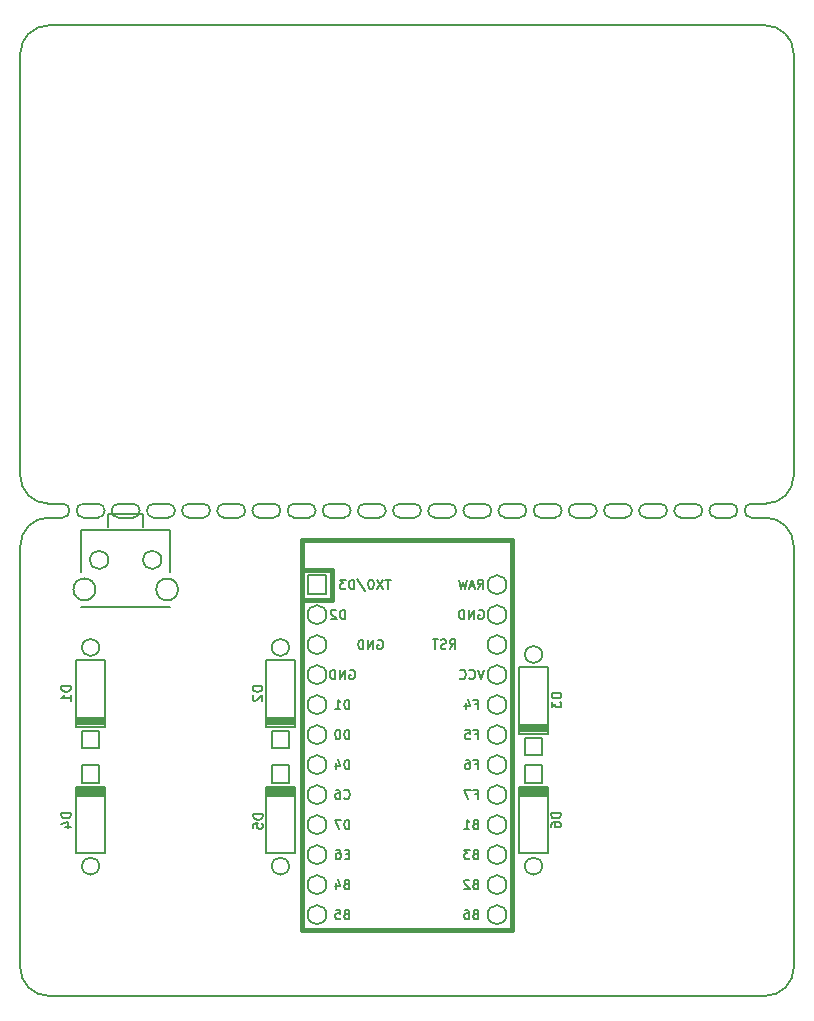
<source format=gbr>
%TF.GenerationSoftware,KiCad,Pcbnew,(5.0.1)-3*%
%TF.CreationDate,2018-12-08T15:20:53+01:00*%
%TF.ProjectId,SamplrPad,53616D706C725061642E6B696361645F,rev?*%
%TF.SameCoordinates,Original*%
%TF.FileFunction,Legend,Bot*%
%TF.FilePolarity,Positive*%
%FSLAX46Y46*%
G04 Gerber Fmt 4.6, Leading zero omitted, Abs format (unit mm)*
G04 Created by KiCad (PCBNEW (5.0.1)-3) date 8/12/2018 15:20:53*
%MOMM*%
%LPD*%
G01*
G04 APERTURE LIST*
%ADD10C,0.150000*%
%ADD11C,0.381000*%
%ADD12C,0.200000*%
G04 APERTURE END LIST*
D10*
X141089189Y-57745369D02*
X142279815Y-57745369D01*
X141089189Y-56554743D02*
X142279815Y-56554743D01*
X81557889Y-57745369D02*
X82748515Y-57745369D01*
X81557889Y-56554743D02*
X82748515Y-56554743D01*
X138112624Y-56554743D02*
X139303250Y-56554743D01*
X135136059Y-56554743D02*
X136326685Y-56554743D01*
X141089189Y-57745369D02*
G75*
G02X141089189Y-56554743I0J595313D01*
G01*
X139303250Y-56554743D02*
G75*
G02X139303250Y-57745369I0J-595313D01*
G01*
X138112624Y-57745369D02*
X139303250Y-57745369D01*
X138112624Y-57745369D02*
G75*
G02X138112624Y-56554743I0J595313D01*
G01*
X136326685Y-56554743D02*
G75*
G02X136326685Y-57745369I0J-595313D01*
G01*
X132159494Y-56554743D02*
X133350120Y-56554743D01*
X135136059Y-57745369D02*
X136326685Y-57745369D01*
X135136059Y-57745369D02*
G75*
G02X135136059Y-56554743I0J595313D01*
G01*
X133350120Y-56554743D02*
G75*
G02X133350120Y-57745369I0J-595313D01*
G01*
X129182929Y-56554743D02*
X130373555Y-56554743D01*
X132159494Y-57745369D02*
X133350120Y-57745369D01*
X132159494Y-57745369D02*
G75*
G02X132159494Y-56554743I0J595313D01*
G01*
X130373555Y-56554743D02*
G75*
G02X130373555Y-57745369I0J-595313D01*
G01*
X126206364Y-56554743D02*
X127396990Y-56554743D01*
X129182929Y-57745369D02*
X130373555Y-57745369D01*
X129182929Y-57745369D02*
G75*
G02X129182929Y-56554743I0J595313D01*
G01*
X127396990Y-56554743D02*
G75*
G02X127396990Y-57745369I0J-595313D01*
G01*
X123229799Y-56554743D02*
X124420425Y-56554743D01*
X126206364Y-57745369D02*
X127396990Y-57745369D01*
X126206364Y-57745369D02*
G75*
G02X126206364Y-56554743I0J595313D01*
G01*
X124420425Y-56554743D02*
G75*
G02X124420425Y-57745369I0J-595313D01*
G01*
X120253234Y-56554743D02*
X121443860Y-56554743D01*
X123229799Y-57745369D02*
X124420425Y-57745369D01*
X123229799Y-57745369D02*
G75*
G02X123229799Y-56554743I0J595313D01*
G01*
X121443860Y-56554743D02*
G75*
G02X121443860Y-57745369I0J-595313D01*
G01*
X117276669Y-56554743D02*
X118467295Y-56554743D01*
X120253234Y-57745369D02*
X121443860Y-57745369D01*
X120253234Y-57745369D02*
G75*
G02X120253234Y-56554743I0J595313D01*
G01*
X118467295Y-56554743D02*
G75*
G02X118467295Y-57745369I0J-595313D01*
G01*
X114300104Y-56554743D02*
X115490730Y-56554743D01*
X117276669Y-57745369D02*
X118467295Y-57745369D01*
X117276669Y-57745369D02*
G75*
G02X117276669Y-56554743I0J595313D01*
G01*
X115490730Y-56554743D02*
G75*
G02X115490730Y-57745369I0J-595313D01*
G01*
X111323539Y-56554743D02*
X112514165Y-56554743D01*
X114300104Y-57745369D02*
X115490730Y-57745369D01*
X114300104Y-57745369D02*
G75*
G02X114300104Y-56554743I0J595313D01*
G01*
X112514165Y-56554743D02*
G75*
G02X112514165Y-57745369I0J-595313D01*
G01*
X108346974Y-56554743D02*
X109537600Y-56554743D01*
X111323539Y-57745369D02*
X112514165Y-57745369D01*
X111323539Y-57745369D02*
G75*
G02X111323539Y-56554743I0J595313D01*
G01*
X109537600Y-56554743D02*
G75*
G02X109537600Y-57745369I0J-595313D01*
G01*
X105370409Y-56554743D02*
X106561035Y-56554743D01*
X108346974Y-57745369D02*
X109537600Y-57745369D01*
X108346974Y-57745369D02*
G75*
G02X108346974Y-56554743I0J595313D01*
G01*
X106561035Y-56554743D02*
G75*
G02X106561035Y-57745369I0J-595313D01*
G01*
X102393844Y-56554743D02*
X103584470Y-56554743D01*
X105370409Y-57745369D02*
X106561035Y-57745369D01*
X105370409Y-57745369D02*
G75*
G02X105370409Y-56554743I0J595313D01*
G01*
X103584470Y-56554743D02*
G75*
G02X103584470Y-57745369I0J-595313D01*
G01*
X99417279Y-56554743D02*
X100607905Y-56554743D01*
X102393844Y-57745369D02*
X103584470Y-57745369D01*
X102393844Y-57745369D02*
G75*
G02X102393844Y-56554743I0J595313D01*
G01*
X100607905Y-56554743D02*
G75*
G02X100607905Y-57745369I0J-595313D01*
G01*
X96440714Y-56554743D02*
X97631340Y-56554743D01*
X99417279Y-57745369D02*
X100607905Y-57745369D01*
X99417279Y-57745369D02*
G75*
G02X99417279Y-56554743I0J595313D01*
G01*
X97631340Y-56554743D02*
G75*
G02X97631340Y-57745369I0J-595313D01*
G01*
X93464149Y-56554743D02*
X94654775Y-56554743D01*
X96440714Y-57745369D02*
X97631340Y-57745369D01*
X96440714Y-57745369D02*
G75*
G02X96440714Y-56554743I0J595313D01*
G01*
X94654775Y-56554743D02*
G75*
G02X94654775Y-57745369I0J-595313D01*
G01*
X90487584Y-56554743D02*
X91678210Y-56554743D01*
X93464149Y-57745369D02*
X94654775Y-57745369D01*
X93464149Y-57745369D02*
G75*
G02X93464149Y-56554743I0J595313D01*
G01*
X91678210Y-56554743D02*
G75*
G02X91678210Y-57745369I0J-595313D01*
G01*
X87511019Y-56554743D02*
X88701645Y-56554743D01*
X90487584Y-57745369D02*
X91678210Y-57745369D01*
X90487584Y-57745369D02*
G75*
G02X90487584Y-56554743I0J595313D01*
G01*
X88701645Y-56554743D02*
G75*
G02X88701645Y-57745369I0J-595313D01*
G01*
X84534454Y-56554743D02*
X85725080Y-56554743D01*
X87511019Y-57745369D02*
X88701645Y-57745369D01*
X87511019Y-57745369D02*
G75*
G02X87511019Y-56554743I0J595313D01*
G01*
X85725080Y-56554743D02*
G75*
G02X85725080Y-57745369I0J-595313D01*
G01*
X84534454Y-57745369D02*
X85725080Y-57745369D01*
X84534454Y-57745369D02*
G75*
G02X84534454Y-56554743I0J595313D01*
G01*
X82748515Y-56554743D02*
G75*
G02X82748515Y-57745369I0J-595313D01*
G01*
X142279815Y-16073459D02*
G75*
G02X144661067Y-18454711I0J-2381252D01*
G01*
X144661067Y-54173491D02*
G75*
G02X142279815Y-56554743I-2381252J0D01*
G01*
X81557889Y-56554743D02*
G75*
G02X79176637Y-54173491I0J2381252D01*
G01*
X79176637Y-18454711D02*
G75*
G02X81557889Y-16073459I2381252J0D01*
G01*
X144661067Y-18454711D02*
X144661067Y-54173491D01*
X142279815Y-98226653D02*
X81557889Y-98226653D01*
X79176637Y-54173491D02*
X79176637Y-18454711D01*
X79176637Y-60126621D02*
G75*
G02X81557889Y-57745369I2381252J0D01*
G01*
X142279815Y-57745369D02*
G75*
G02X144661067Y-60126621I0J-2381252D01*
G01*
X144661067Y-95845401D02*
G75*
G02X142279815Y-98226653I-2381252J0D01*
G01*
X81557889Y-98226653D02*
G75*
G02X79176637Y-95845401I0J2381252D01*
G01*
X144661067Y-60126621D02*
X144661067Y-95845401D01*
X81557889Y-16073459D02*
X142279815Y-16073459D01*
X79176637Y-95845401D02*
X79176637Y-60126621D01*
D11*
X105568844Y-64690698D02*
X103028844Y-64690698D01*
X105568844Y-62150698D02*
X105568844Y-64690698D01*
X120808844Y-92630698D02*
X120808844Y-59610698D01*
X103028844Y-92630698D02*
X120808844Y-92630698D01*
X103028844Y-59610698D02*
X103028844Y-92630698D01*
X120808844Y-59610698D02*
X103028844Y-59610698D01*
X105568844Y-62150698D02*
X103028844Y-62150698D01*
D10*
X86606332Y-58567247D02*
X86606332Y-57467247D01*
X86606332Y-57467247D02*
X89606332Y-57467247D01*
X89606332Y-57467247D02*
X89606332Y-58567247D01*
X84356332Y-65317247D02*
X91856332Y-65317247D01*
X84356332Y-62367247D02*
X84356332Y-58767247D01*
X84356332Y-58767247D02*
X91856332Y-58767247D01*
X91856332Y-58767247D02*
X91856332Y-62367247D01*
D12*
X123834486Y-86143828D02*
X123834486Y-80543828D01*
X121434486Y-86143828D02*
X123834486Y-86143828D01*
X121434486Y-80543828D02*
X121434486Y-86143828D01*
X121434486Y-80543828D02*
X123834486Y-80543828D01*
X121434486Y-80718828D02*
X123834486Y-80718828D01*
X121434486Y-80893828D02*
X123834486Y-80893828D01*
X121434486Y-81068828D02*
X123834486Y-81068828D01*
X121434486Y-81168828D02*
X123834486Y-81168828D01*
X121434486Y-81268828D02*
X123834486Y-81268828D01*
X102403218Y-86143828D02*
X102403218Y-80543828D01*
X100003218Y-86143828D02*
X102403218Y-86143828D01*
X100003218Y-80543828D02*
X100003218Y-86143828D01*
X100003218Y-80543828D02*
X102403218Y-80543828D01*
X100003218Y-80718828D02*
X102403218Y-80718828D01*
X100003218Y-80893828D02*
X102403218Y-80893828D01*
X100003218Y-81068828D02*
X102403218Y-81068828D01*
X100003218Y-81168828D02*
X102403218Y-81168828D01*
X100003218Y-81268828D02*
X102403218Y-81268828D01*
X86329767Y-86143828D02*
X86329767Y-80543828D01*
X83929767Y-86143828D02*
X86329767Y-86143828D01*
X83929767Y-80543828D02*
X83929767Y-86143828D01*
X83929767Y-80543828D02*
X86329767Y-80543828D01*
X83929767Y-80718828D02*
X86329767Y-80718828D01*
X83929767Y-80893828D02*
X86329767Y-80893828D01*
X83929767Y-81068828D02*
X86329767Y-81068828D01*
X83929767Y-81168828D02*
X86329767Y-81168828D01*
X83929767Y-81268828D02*
X86329767Y-81268828D01*
X121434486Y-70423507D02*
X121434486Y-76023507D01*
X123834486Y-70423507D02*
X121434486Y-70423507D01*
X123834486Y-76023507D02*
X123834486Y-70423507D01*
X123834486Y-76023507D02*
X121434486Y-76023507D01*
X123834486Y-75848507D02*
X121434486Y-75848507D01*
X123834486Y-75673507D02*
X121434486Y-75673507D01*
X123834486Y-75498507D02*
X121434486Y-75498507D01*
X123834486Y-75398507D02*
X121434486Y-75398507D01*
X123834486Y-75298507D02*
X121434486Y-75298507D01*
X100003218Y-69828194D02*
X100003218Y-75428194D01*
X102403218Y-69828194D02*
X100003218Y-69828194D01*
X102403218Y-75428194D02*
X102403218Y-69828194D01*
X102403218Y-75428194D02*
X100003218Y-75428194D01*
X102403218Y-75253194D02*
X100003218Y-75253194D01*
X102403218Y-75078194D02*
X100003218Y-75078194D01*
X102403218Y-74903194D02*
X100003218Y-74903194D01*
X102403218Y-74803194D02*
X100003218Y-74803194D01*
X102403218Y-74703194D02*
X100003218Y-74703194D01*
X83929767Y-69828194D02*
X83929767Y-75428194D01*
X86329767Y-69828194D02*
X83929767Y-69828194D01*
X86329767Y-75428194D02*
X86329767Y-69828194D01*
X86329767Y-75428194D02*
X83929767Y-75428194D01*
X86329767Y-75253194D02*
X83929767Y-75253194D01*
X86329767Y-75078194D02*
X83929767Y-75078194D01*
X86329767Y-74903194D02*
X83929767Y-74903194D01*
X86329767Y-74803194D02*
X83929767Y-74803194D01*
X86329767Y-74703194D02*
X83929767Y-74703194D01*
D10*
X103497544Y-62619398D02*
X103497544Y-64221998D01*
X105100144Y-64221998D01*
X105100144Y-62619398D01*
X103497544Y-62619398D01*
X105100144Y-65960698D02*
G75*
G03X105100144Y-65960698I-801300J0D01*
G01*
X105100144Y-68500698D02*
G75*
G03X105100144Y-68500698I-801300J0D01*
G01*
X105100144Y-71040698D02*
G75*
G03X105100144Y-71040698I-801300J0D01*
G01*
X105100144Y-73580698D02*
G75*
G03X105100144Y-73580698I-801300J0D01*
G01*
X105100144Y-76120698D02*
G75*
G03X105100144Y-76120698I-801300J0D01*
G01*
X105100144Y-78660698D02*
G75*
G03X105100144Y-78660698I-801300J0D01*
G01*
X105100144Y-81200698D02*
G75*
G03X105100144Y-81200698I-801300J0D01*
G01*
X105100144Y-83740698D02*
G75*
G03X105100144Y-83740698I-801300J0D01*
G01*
X105100144Y-86280698D02*
G75*
G03X105100144Y-86280698I-801300J0D01*
G01*
X105100144Y-88820698D02*
G75*
G03X105100144Y-88820698I-801300J0D01*
G01*
X120340144Y-91360698D02*
G75*
G03X120340144Y-91360698I-801300J0D01*
G01*
X120340144Y-88820698D02*
G75*
G03X120340144Y-88820698I-801300J0D01*
G01*
X120340144Y-86280698D02*
G75*
G03X120340144Y-86280698I-801300J0D01*
G01*
X120340144Y-83740698D02*
G75*
G03X120340144Y-83740698I-801300J0D01*
G01*
X120340144Y-81200698D02*
G75*
G03X120340144Y-81200698I-801300J0D01*
G01*
X120340144Y-78660698D02*
G75*
G03X120340144Y-78660698I-801300J0D01*
G01*
X120340144Y-76120698D02*
G75*
G03X120340144Y-76120698I-801300J0D01*
G01*
X120340144Y-73580698D02*
G75*
G03X120340144Y-73580698I-801300J0D01*
G01*
X120340144Y-71040698D02*
G75*
G03X120340144Y-71040698I-801300J0D01*
G01*
X120340144Y-68500698D02*
G75*
G03X120340144Y-68500698I-801300J0D01*
G01*
X120340144Y-65960698D02*
G75*
G03X120340144Y-65960698I-801300J0D01*
G01*
X105100144Y-91360698D02*
G75*
G03X105100144Y-91360698I-801300J0D01*
G01*
X120340144Y-63420698D02*
G75*
G03X120340144Y-63420698I-801300J0D01*
G01*
X91131332Y-61317247D02*
G75*
G03X91131332Y-61317247I-775000J0D01*
G01*
X86631332Y-61317247D02*
G75*
G03X86631332Y-61317247I-775000J0D01*
G01*
X92531332Y-63817247D02*
G75*
G03X92531332Y-63817247I-925000J0D01*
G01*
X85531332Y-63817247D02*
G75*
G03X85531332Y-63817247I-925000J0D01*
G01*
X123359486Y-87243828D02*
G75*
G03X123359486Y-87243828I-725000J0D01*
G01*
X121909486Y-78718828D02*
X121909486Y-80168828D01*
X123359486Y-80168828D01*
X123359486Y-78718828D01*
X121909486Y-78718828D01*
X101928218Y-87243828D02*
G75*
G03X101928218Y-87243828I-725000J0D01*
G01*
X100478218Y-78718828D02*
X100478218Y-80168828D01*
X101928218Y-80168828D01*
X101928218Y-78718828D01*
X100478218Y-78718828D01*
X85854767Y-87243828D02*
G75*
G03X85854767Y-87243828I-725000J0D01*
G01*
X84404767Y-78718828D02*
X84404767Y-80168828D01*
X85854767Y-80168828D01*
X85854767Y-78718828D01*
X84404767Y-78718828D01*
X123359486Y-69323507D02*
G75*
G03X123359486Y-69323507I-725000J0D01*
G01*
X121909486Y-76398507D02*
X121909486Y-77848507D01*
X123359486Y-77848507D01*
X123359486Y-76398507D01*
X121909486Y-76398507D01*
X101928218Y-68728194D02*
G75*
G03X101928218Y-68728194I-725000J0D01*
G01*
X100478218Y-75803194D02*
X100478218Y-77253194D01*
X101928218Y-77253194D01*
X101928218Y-75803194D01*
X100478218Y-75803194D01*
X85854767Y-68728194D02*
G75*
G03X85854767Y-68728194I-725000J0D01*
G01*
X84404767Y-75803194D02*
X84404767Y-77253194D01*
X85854767Y-77253194D01*
X85854767Y-75803194D01*
X84404767Y-75803194D01*
X106684304Y-66322602D02*
X106684304Y-65522602D01*
X106493828Y-65522602D01*
X106379542Y-65560698D01*
X106303351Y-65636888D01*
X106265256Y-65713078D01*
X106227161Y-65865459D01*
X106227161Y-65979745D01*
X106265256Y-66132126D01*
X106303351Y-66208317D01*
X106379542Y-66284507D01*
X106493828Y-66322602D01*
X106684304Y-66322602D01*
X105922399Y-65598793D02*
X105884304Y-65560698D01*
X105808113Y-65522602D01*
X105617637Y-65522602D01*
X105541447Y-65560698D01*
X105503351Y-65598793D01*
X105465256Y-65674983D01*
X105465256Y-65751174D01*
X105503351Y-65865459D01*
X105960494Y-66322602D01*
X105465256Y-66322602D01*
X107048320Y-76482602D02*
X107048320Y-75682602D01*
X106857844Y-75682602D01*
X106743558Y-75720698D01*
X106667367Y-75796888D01*
X106629272Y-75873078D01*
X106591177Y-76025459D01*
X106591177Y-76139745D01*
X106629272Y-76292126D01*
X106667367Y-76368317D01*
X106743558Y-76444507D01*
X106857844Y-76482602D01*
X107048320Y-76482602D01*
X106095939Y-75682602D02*
X106019748Y-75682602D01*
X105943558Y-75720698D01*
X105905463Y-75758793D01*
X105867367Y-75834983D01*
X105829272Y-75987364D01*
X105829272Y-76177840D01*
X105867367Y-76330221D01*
X105905463Y-76406412D01*
X105943558Y-76444507D01*
X106019748Y-76482602D01*
X106095939Y-76482602D01*
X106172129Y-76444507D01*
X106210224Y-76406412D01*
X106248320Y-76330221D01*
X106286415Y-76177840D01*
X106286415Y-75987364D01*
X106248320Y-75834983D01*
X106210224Y-75758793D01*
X106172129Y-75720698D01*
X106095939Y-75682602D01*
X107048320Y-73942602D02*
X107048320Y-73142602D01*
X106857844Y-73142602D01*
X106743558Y-73180698D01*
X106667367Y-73256888D01*
X106629272Y-73333078D01*
X106591177Y-73485459D01*
X106591177Y-73599745D01*
X106629272Y-73752126D01*
X106667367Y-73828317D01*
X106743558Y-73904507D01*
X106857844Y-73942602D01*
X107048320Y-73942602D01*
X105829272Y-73942602D02*
X106286415Y-73942602D01*
X106057844Y-73942602D02*
X106057844Y-73142602D01*
X106134034Y-73256888D01*
X106210224Y-73333078D01*
X106286415Y-73371174D01*
X107067367Y-70640698D02*
X107143558Y-70602602D01*
X107257844Y-70602602D01*
X107372129Y-70640698D01*
X107448320Y-70716888D01*
X107486415Y-70793078D01*
X107524510Y-70945459D01*
X107524510Y-71059745D01*
X107486415Y-71212126D01*
X107448320Y-71288317D01*
X107372129Y-71364507D01*
X107257844Y-71402602D01*
X107181653Y-71402602D01*
X107067367Y-71364507D01*
X107029272Y-71326412D01*
X107029272Y-71059745D01*
X107181653Y-71059745D01*
X106686415Y-71402602D02*
X106686415Y-70602602D01*
X106229272Y-71402602D01*
X106229272Y-70602602D01*
X105848320Y-71402602D02*
X105848320Y-70602602D01*
X105657844Y-70602602D01*
X105543558Y-70640698D01*
X105467367Y-70716888D01*
X105429272Y-70793078D01*
X105391177Y-70945459D01*
X105391177Y-71059745D01*
X105429272Y-71212126D01*
X105467367Y-71288317D01*
X105543558Y-71364507D01*
X105657844Y-71402602D01*
X105848320Y-71402602D01*
X109453351Y-68100698D02*
X109529542Y-68062602D01*
X109643828Y-68062602D01*
X109758113Y-68100698D01*
X109834304Y-68176888D01*
X109872399Y-68253078D01*
X109910494Y-68405459D01*
X109910494Y-68519745D01*
X109872399Y-68672126D01*
X109834304Y-68748317D01*
X109758113Y-68824507D01*
X109643828Y-68862602D01*
X109567637Y-68862602D01*
X109453351Y-68824507D01*
X109415256Y-68786412D01*
X109415256Y-68519745D01*
X109567637Y-68519745D01*
X109072399Y-68862602D02*
X109072399Y-68062602D01*
X108615256Y-68862602D01*
X108615256Y-68062602D01*
X108234304Y-68862602D02*
X108234304Y-68062602D01*
X108043828Y-68062602D01*
X107929542Y-68100698D01*
X107853351Y-68176888D01*
X107815256Y-68253078D01*
X107777161Y-68405459D01*
X107777161Y-68519745D01*
X107815256Y-68672126D01*
X107853351Y-68748317D01*
X107929542Y-68824507D01*
X108043828Y-68862602D01*
X108234304Y-68862602D01*
X107048320Y-79022602D02*
X107048320Y-78222602D01*
X106857844Y-78222602D01*
X106743558Y-78260698D01*
X106667367Y-78336888D01*
X106629272Y-78413078D01*
X106591177Y-78565459D01*
X106591177Y-78679745D01*
X106629272Y-78832126D01*
X106667367Y-78908317D01*
X106743558Y-78984507D01*
X106857844Y-79022602D01*
X107048320Y-79022602D01*
X105905463Y-78489269D02*
X105905463Y-79022602D01*
X106095939Y-78184507D02*
X106286415Y-78755936D01*
X105791177Y-78755936D01*
X106591177Y-81486412D02*
X106629272Y-81524507D01*
X106743558Y-81562602D01*
X106819748Y-81562602D01*
X106934034Y-81524507D01*
X107010224Y-81448317D01*
X107048320Y-81372126D01*
X107086415Y-81219745D01*
X107086415Y-81105459D01*
X107048320Y-80953078D01*
X107010224Y-80876888D01*
X106934034Y-80800698D01*
X106819748Y-80762602D01*
X106743558Y-80762602D01*
X106629272Y-80800698D01*
X106591177Y-80838793D01*
X105905463Y-80762602D02*
X106057844Y-80762602D01*
X106134034Y-80800698D01*
X106172129Y-80838793D01*
X106248320Y-80953078D01*
X106286415Y-81105459D01*
X106286415Y-81410221D01*
X106248320Y-81486412D01*
X106210224Y-81524507D01*
X106134034Y-81562602D01*
X105981653Y-81562602D01*
X105905463Y-81524507D01*
X105867367Y-81486412D01*
X105829272Y-81410221D01*
X105829272Y-81219745D01*
X105867367Y-81143555D01*
X105905463Y-81105459D01*
X105981653Y-81067364D01*
X106134034Y-81067364D01*
X106210224Y-81105459D01*
X106248320Y-81143555D01*
X106286415Y-81219745D01*
X107048320Y-84102602D02*
X107048320Y-83302602D01*
X106857844Y-83302602D01*
X106743558Y-83340698D01*
X106667367Y-83416888D01*
X106629272Y-83493078D01*
X106591177Y-83645459D01*
X106591177Y-83759745D01*
X106629272Y-83912126D01*
X106667367Y-83988317D01*
X106743558Y-84064507D01*
X106857844Y-84102602D01*
X107048320Y-84102602D01*
X106324510Y-83302602D02*
X105791177Y-83302602D01*
X106134034Y-84102602D01*
X107010224Y-86223555D02*
X106743558Y-86223555D01*
X106629272Y-86642602D02*
X107010224Y-86642602D01*
X107010224Y-85842602D01*
X106629272Y-85842602D01*
X105943558Y-85842602D02*
X106095939Y-85842602D01*
X106172129Y-85880698D01*
X106210224Y-85918793D01*
X106286415Y-86033078D01*
X106324510Y-86185459D01*
X106324510Y-86490221D01*
X106286415Y-86566412D01*
X106248320Y-86604507D01*
X106172129Y-86642602D01*
X106019748Y-86642602D01*
X105943558Y-86604507D01*
X105905463Y-86566412D01*
X105867367Y-86490221D01*
X105867367Y-86299745D01*
X105905463Y-86223555D01*
X105943558Y-86185459D01*
X106019748Y-86147364D01*
X106172129Y-86147364D01*
X106248320Y-86185459D01*
X106286415Y-86223555D01*
X106324510Y-86299745D01*
X106781653Y-88763555D02*
X106667367Y-88801650D01*
X106629272Y-88839745D01*
X106591177Y-88915936D01*
X106591177Y-89030221D01*
X106629272Y-89106412D01*
X106667367Y-89144507D01*
X106743558Y-89182602D01*
X107048320Y-89182602D01*
X107048320Y-88382602D01*
X106781653Y-88382602D01*
X106705463Y-88420698D01*
X106667367Y-88458793D01*
X106629272Y-88534983D01*
X106629272Y-88611174D01*
X106667367Y-88687364D01*
X106705463Y-88725459D01*
X106781653Y-88763555D01*
X107048320Y-88763555D01*
X105905463Y-88649269D02*
X105905463Y-89182602D01*
X106095939Y-88344507D02*
X106286415Y-88915936D01*
X105791177Y-88915936D01*
X106781653Y-91303555D02*
X106667367Y-91341650D01*
X106629272Y-91379745D01*
X106591177Y-91455936D01*
X106591177Y-91570221D01*
X106629272Y-91646412D01*
X106667367Y-91684507D01*
X106743558Y-91722602D01*
X107048320Y-91722602D01*
X107048320Y-90922602D01*
X106781653Y-90922602D01*
X106705463Y-90960698D01*
X106667367Y-90998793D01*
X106629272Y-91074983D01*
X106629272Y-91151174D01*
X106667367Y-91227364D01*
X106705463Y-91265459D01*
X106781653Y-91303555D01*
X107048320Y-91303555D01*
X105867367Y-90922602D02*
X106248320Y-90922602D01*
X106286415Y-91303555D01*
X106248320Y-91265459D01*
X106172129Y-91227364D01*
X105981653Y-91227364D01*
X105905463Y-91265459D01*
X105867367Y-91303555D01*
X105829272Y-91379745D01*
X105829272Y-91570221D01*
X105867367Y-91646412D01*
X105905463Y-91684507D01*
X105981653Y-91722602D01*
X106172129Y-91722602D01*
X106248320Y-91684507D01*
X106286415Y-91646412D01*
X117703653Y-91303555D02*
X117589367Y-91341650D01*
X117551272Y-91379745D01*
X117513177Y-91455936D01*
X117513177Y-91570221D01*
X117551272Y-91646412D01*
X117589367Y-91684507D01*
X117665558Y-91722602D01*
X117970320Y-91722602D01*
X117970320Y-90922602D01*
X117703653Y-90922602D01*
X117627463Y-90960698D01*
X117589367Y-90998793D01*
X117551272Y-91074983D01*
X117551272Y-91151174D01*
X117589367Y-91227364D01*
X117627463Y-91265459D01*
X117703653Y-91303555D01*
X117970320Y-91303555D01*
X116827463Y-90922602D02*
X116979844Y-90922602D01*
X117056034Y-90960698D01*
X117094129Y-90998793D01*
X117170320Y-91113078D01*
X117208415Y-91265459D01*
X117208415Y-91570221D01*
X117170320Y-91646412D01*
X117132224Y-91684507D01*
X117056034Y-91722602D01*
X116903653Y-91722602D01*
X116827463Y-91684507D01*
X116789367Y-91646412D01*
X116751272Y-91570221D01*
X116751272Y-91379745D01*
X116789367Y-91303555D01*
X116827463Y-91265459D01*
X116903653Y-91227364D01*
X117056034Y-91227364D01*
X117132224Y-91265459D01*
X117170320Y-91303555D01*
X117208415Y-91379745D01*
X117703653Y-86223555D02*
X117589367Y-86261650D01*
X117551272Y-86299745D01*
X117513177Y-86375936D01*
X117513177Y-86490221D01*
X117551272Y-86566412D01*
X117589367Y-86604507D01*
X117665558Y-86642602D01*
X117970320Y-86642602D01*
X117970320Y-85842602D01*
X117703653Y-85842602D01*
X117627463Y-85880698D01*
X117589367Y-85918793D01*
X117551272Y-85994983D01*
X117551272Y-86071174D01*
X117589367Y-86147364D01*
X117627463Y-86185459D01*
X117703653Y-86223555D01*
X117970320Y-86223555D01*
X117246510Y-85842602D02*
X116751272Y-85842602D01*
X117017939Y-86147364D01*
X116903653Y-86147364D01*
X116827463Y-86185459D01*
X116789367Y-86223555D01*
X116751272Y-86299745D01*
X116751272Y-86490221D01*
X116789367Y-86566412D01*
X116827463Y-86604507D01*
X116903653Y-86642602D01*
X117132224Y-86642602D01*
X117208415Y-86604507D01*
X117246510Y-86566412D01*
X117703653Y-83683555D02*
X117589367Y-83721650D01*
X117551272Y-83759745D01*
X117513177Y-83835936D01*
X117513177Y-83950221D01*
X117551272Y-84026412D01*
X117589367Y-84064507D01*
X117665558Y-84102602D01*
X117970320Y-84102602D01*
X117970320Y-83302602D01*
X117703653Y-83302602D01*
X117627463Y-83340698D01*
X117589367Y-83378793D01*
X117551272Y-83454983D01*
X117551272Y-83531174D01*
X117589367Y-83607364D01*
X117627463Y-83645459D01*
X117703653Y-83683555D01*
X117970320Y-83683555D01*
X116751272Y-84102602D02*
X117208415Y-84102602D01*
X116979844Y-84102602D02*
X116979844Y-83302602D01*
X117056034Y-83416888D01*
X117132224Y-83493078D01*
X117208415Y-83531174D01*
X117646510Y-73523555D02*
X117913177Y-73523555D01*
X117913177Y-73942602D02*
X117913177Y-73142602D01*
X117532224Y-73142602D01*
X116884605Y-73409269D02*
X116884605Y-73942602D01*
X117075082Y-73104507D02*
X117265558Y-73675936D01*
X116770320Y-73675936D01*
X118446510Y-70602602D02*
X118179844Y-71402602D01*
X117913177Y-70602602D01*
X117189367Y-71326412D02*
X117227463Y-71364507D01*
X117341748Y-71402602D01*
X117417939Y-71402602D01*
X117532224Y-71364507D01*
X117608415Y-71288317D01*
X117646510Y-71212126D01*
X117684605Y-71059745D01*
X117684605Y-70945459D01*
X117646510Y-70793078D01*
X117608415Y-70716888D01*
X117532224Y-70640698D01*
X117417939Y-70602602D01*
X117341748Y-70602602D01*
X117227463Y-70640698D01*
X117189367Y-70678793D01*
X116389367Y-71326412D02*
X116427463Y-71364507D01*
X116541748Y-71402602D01*
X116617939Y-71402602D01*
X116732224Y-71364507D01*
X116808415Y-71288317D01*
X116846510Y-71212126D01*
X116884605Y-71059745D01*
X116884605Y-70945459D01*
X116846510Y-70793078D01*
X116808415Y-70716888D01*
X116732224Y-70640698D01*
X116617939Y-70602602D01*
X116541748Y-70602602D01*
X116427463Y-70640698D01*
X116389367Y-70678793D01*
X117989367Y-65560698D02*
X118065558Y-65522602D01*
X118179844Y-65522602D01*
X118294129Y-65560698D01*
X118370320Y-65636888D01*
X118408415Y-65713078D01*
X118446510Y-65865459D01*
X118446510Y-65979745D01*
X118408415Y-66132126D01*
X118370320Y-66208317D01*
X118294129Y-66284507D01*
X118179844Y-66322602D01*
X118103653Y-66322602D01*
X117989367Y-66284507D01*
X117951272Y-66246412D01*
X117951272Y-65979745D01*
X118103653Y-65979745D01*
X117608415Y-66322602D02*
X117608415Y-65522602D01*
X117151272Y-66322602D01*
X117151272Y-65522602D01*
X116770320Y-66322602D02*
X116770320Y-65522602D01*
X116579844Y-65522602D01*
X116465558Y-65560698D01*
X116389367Y-65636888D01*
X116351272Y-65713078D01*
X116313177Y-65865459D01*
X116313177Y-65979745D01*
X116351272Y-66132126D01*
X116389367Y-66208317D01*
X116465558Y-66284507D01*
X116579844Y-66322602D01*
X116770320Y-66322602D01*
X117932224Y-63782602D02*
X118198891Y-63401650D01*
X118389367Y-63782602D02*
X118389367Y-62982602D01*
X118084605Y-62982602D01*
X118008415Y-63020698D01*
X117970320Y-63058793D01*
X117932224Y-63134983D01*
X117932224Y-63249269D01*
X117970320Y-63325459D01*
X118008415Y-63363555D01*
X118084605Y-63401650D01*
X118389367Y-63401650D01*
X117627463Y-63554031D02*
X117246510Y-63554031D01*
X117703653Y-63782602D02*
X117436986Y-62982602D01*
X117170320Y-63782602D01*
X116979844Y-62982602D02*
X116789367Y-63782602D01*
X116636986Y-63211174D01*
X116484605Y-63782602D01*
X116294129Y-62982602D01*
X117646510Y-76063555D02*
X117913177Y-76063555D01*
X117913177Y-76482602D02*
X117913177Y-75682602D01*
X117532224Y-75682602D01*
X116846510Y-75682602D02*
X117227463Y-75682602D01*
X117265558Y-76063555D01*
X117227463Y-76025459D01*
X117151272Y-75987364D01*
X116960796Y-75987364D01*
X116884605Y-76025459D01*
X116846510Y-76063555D01*
X116808415Y-76139745D01*
X116808415Y-76330221D01*
X116846510Y-76406412D01*
X116884605Y-76444507D01*
X116960796Y-76482602D01*
X117151272Y-76482602D01*
X117227463Y-76444507D01*
X117265558Y-76406412D01*
X117646510Y-78603555D02*
X117913177Y-78603555D01*
X117913177Y-79022602D02*
X117913177Y-78222602D01*
X117532224Y-78222602D01*
X116884605Y-78222602D02*
X117036986Y-78222602D01*
X117113177Y-78260698D01*
X117151272Y-78298793D01*
X117227463Y-78413078D01*
X117265558Y-78565459D01*
X117265558Y-78870221D01*
X117227463Y-78946412D01*
X117189367Y-78984507D01*
X117113177Y-79022602D01*
X116960796Y-79022602D01*
X116884605Y-78984507D01*
X116846510Y-78946412D01*
X116808415Y-78870221D01*
X116808415Y-78679745D01*
X116846510Y-78603555D01*
X116884605Y-78565459D01*
X116960796Y-78527364D01*
X117113177Y-78527364D01*
X117189367Y-78565459D01*
X117227463Y-78603555D01*
X117265558Y-78679745D01*
X117646510Y-81143555D02*
X117913177Y-81143555D01*
X117913177Y-81562602D02*
X117913177Y-80762602D01*
X117532224Y-80762602D01*
X117303653Y-80762602D02*
X116770320Y-80762602D01*
X117113177Y-81562602D01*
X117703653Y-88763555D02*
X117589367Y-88801650D01*
X117551272Y-88839745D01*
X117513177Y-88915936D01*
X117513177Y-89030221D01*
X117551272Y-89106412D01*
X117589367Y-89144507D01*
X117665558Y-89182602D01*
X117970320Y-89182602D01*
X117970320Y-88382602D01*
X117703653Y-88382602D01*
X117627463Y-88420698D01*
X117589367Y-88458793D01*
X117551272Y-88534983D01*
X117551272Y-88611174D01*
X117589367Y-88687364D01*
X117627463Y-88725459D01*
X117703653Y-88763555D01*
X117970320Y-88763555D01*
X117208415Y-88458793D02*
X117170320Y-88420698D01*
X117094129Y-88382602D01*
X116903653Y-88382602D01*
X116827463Y-88420698D01*
X116789367Y-88458793D01*
X116751272Y-88534983D01*
X116751272Y-88611174D01*
X116789367Y-88725459D01*
X117246510Y-89182602D01*
X116751272Y-89182602D01*
X110537448Y-62982602D02*
X110080305Y-62982602D01*
X110308876Y-63782602D02*
X110308876Y-62982602D01*
X109889829Y-62982602D02*
X109356495Y-63782602D01*
X109356495Y-62982602D02*
X109889829Y-63782602D01*
X108899352Y-62982602D02*
X108823162Y-62982602D01*
X108746972Y-63020698D01*
X108708876Y-63058793D01*
X108670781Y-63134983D01*
X108632686Y-63287364D01*
X108632686Y-63477840D01*
X108670781Y-63630221D01*
X108708876Y-63706412D01*
X108746972Y-63744507D01*
X108823162Y-63782602D01*
X108899352Y-63782602D01*
X108975543Y-63744507D01*
X109013638Y-63706412D01*
X109051733Y-63630221D01*
X109089829Y-63477840D01*
X109089829Y-63287364D01*
X109051733Y-63134983D01*
X109013638Y-63058793D01*
X108975543Y-63020698D01*
X108899352Y-62982602D01*
X107718400Y-62944507D02*
X108404114Y-63973078D01*
X107451733Y-63782602D02*
X107451733Y-62982602D01*
X107261257Y-62982602D01*
X107146972Y-63020698D01*
X107070781Y-63096888D01*
X107032686Y-63173078D01*
X106994591Y-63325459D01*
X106994591Y-63439745D01*
X107032686Y-63592126D01*
X107070781Y-63668317D01*
X107146972Y-63744507D01*
X107261257Y-63782602D01*
X107451733Y-63782602D01*
X106727924Y-62982602D02*
X106232686Y-62982602D01*
X106499352Y-63287364D01*
X106385067Y-63287364D01*
X106308876Y-63325459D01*
X106270781Y-63363555D01*
X106232686Y-63439745D01*
X106232686Y-63630221D01*
X106270781Y-63706412D01*
X106308876Y-63744507D01*
X106385067Y-63782602D01*
X106613638Y-63782602D01*
X106689829Y-63744507D01*
X106727924Y-63706412D01*
X115531923Y-68842602D02*
X115798589Y-68461650D01*
X115989066Y-68842602D02*
X115989066Y-68042602D01*
X115684304Y-68042602D01*
X115608113Y-68080698D01*
X115570018Y-68118793D01*
X115531923Y-68194983D01*
X115531923Y-68309269D01*
X115570018Y-68385459D01*
X115608113Y-68423555D01*
X115684304Y-68461650D01*
X115989066Y-68461650D01*
X115227161Y-68804507D02*
X115112875Y-68842602D01*
X114922399Y-68842602D01*
X114846208Y-68804507D01*
X114808113Y-68766412D01*
X114770018Y-68690221D01*
X114770018Y-68614031D01*
X114808113Y-68537840D01*
X114846208Y-68499745D01*
X114922399Y-68461650D01*
X115074780Y-68423555D01*
X115150970Y-68385459D01*
X115189066Y-68347364D01*
X115227161Y-68271174D01*
X115227161Y-68194983D01*
X115189066Y-68118793D01*
X115150970Y-68080698D01*
X115074780Y-68042602D01*
X114884304Y-68042602D01*
X114770018Y-68080698D01*
X114541447Y-68042602D02*
X114084304Y-68042602D01*
X114312875Y-68842602D02*
X114312875Y-68042602D01*
X124921390Y-82753351D02*
X124121390Y-82753351D01*
X124121390Y-82943828D01*
X124159486Y-83058113D01*
X124235676Y-83134304D01*
X124311866Y-83172399D01*
X124464247Y-83210494D01*
X124578533Y-83210494D01*
X124730914Y-83172399D01*
X124807105Y-83134304D01*
X124883295Y-83058113D01*
X124921390Y-82943828D01*
X124921390Y-82753351D01*
X124121390Y-83896208D02*
X124121390Y-83743828D01*
X124159486Y-83667637D01*
X124197581Y-83629542D01*
X124311866Y-83553351D01*
X124464247Y-83515256D01*
X124769009Y-83515256D01*
X124845200Y-83553351D01*
X124883295Y-83591447D01*
X124921390Y-83667637D01*
X124921390Y-83820018D01*
X124883295Y-83896208D01*
X124845200Y-83934304D01*
X124769009Y-83972399D01*
X124578533Y-83972399D01*
X124502343Y-83934304D01*
X124464247Y-83896208D01*
X124426152Y-83820018D01*
X124426152Y-83667637D01*
X124464247Y-83591447D01*
X124502343Y-83553351D01*
X124578533Y-83515256D01*
X99705732Y-82845518D02*
X98905732Y-82845518D01*
X98905732Y-83035995D01*
X98943828Y-83150280D01*
X99020018Y-83226471D01*
X99096208Y-83264566D01*
X99248589Y-83302661D01*
X99362875Y-83302661D01*
X99515256Y-83264566D01*
X99591447Y-83226471D01*
X99667637Y-83150280D01*
X99705732Y-83035995D01*
X99705732Y-82845518D01*
X98905732Y-84026471D02*
X98905732Y-83645518D01*
X99286685Y-83607423D01*
X99248589Y-83645518D01*
X99210494Y-83721709D01*
X99210494Y-83912185D01*
X99248589Y-83988375D01*
X99286685Y-84026471D01*
X99362875Y-84064566D01*
X99553351Y-84064566D01*
X99629542Y-84026471D01*
X99667637Y-83988375D01*
X99705732Y-83912185D01*
X99705732Y-83721709D01*
X99667637Y-83645518D01*
X99629542Y-83607423D01*
X83455732Y-82753351D02*
X82655732Y-82753351D01*
X82655732Y-82943828D01*
X82693828Y-83058113D01*
X82770018Y-83134304D01*
X82846208Y-83172399D01*
X82998589Y-83210494D01*
X83112875Y-83210494D01*
X83265256Y-83172399D01*
X83341447Y-83134304D01*
X83417637Y-83058113D01*
X83455732Y-82943828D01*
X83455732Y-82753351D01*
X82922399Y-83896208D02*
X83455732Y-83896208D01*
X82617637Y-83705732D02*
X83189066Y-83515256D01*
X83189066Y-84010494D01*
X124955732Y-72595518D02*
X124155732Y-72595518D01*
X124155732Y-72785995D01*
X124193828Y-72900280D01*
X124270018Y-72976471D01*
X124346208Y-73014566D01*
X124498589Y-73052661D01*
X124612875Y-73052661D01*
X124765256Y-73014566D01*
X124841447Y-72976471D01*
X124917637Y-72900280D01*
X124955732Y-72785995D01*
X124955732Y-72595518D01*
X124155732Y-73319328D02*
X124155732Y-73814566D01*
X124460494Y-73547899D01*
X124460494Y-73662185D01*
X124498589Y-73738375D01*
X124536685Y-73776471D01*
X124612875Y-73814566D01*
X124803351Y-73814566D01*
X124879542Y-73776471D01*
X124917637Y-73738375D01*
X124955732Y-73662185D01*
X124955732Y-73433614D01*
X124917637Y-73357423D01*
X124879542Y-73319328D01*
X99640122Y-72037717D02*
X98840122Y-72037717D01*
X98840122Y-72228194D01*
X98878218Y-72342479D01*
X98954408Y-72418670D01*
X99030598Y-72456765D01*
X99182979Y-72494860D01*
X99297265Y-72494860D01*
X99449646Y-72456765D01*
X99525837Y-72418670D01*
X99602027Y-72342479D01*
X99640122Y-72228194D01*
X99640122Y-72037717D01*
X98916313Y-72799622D02*
X98878218Y-72837717D01*
X98840122Y-72913908D01*
X98840122Y-73104384D01*
X98878218Y-73180574D01*
X98916313Y-73218670D01*
X98992503Y-73256765D01*
X99068694Y-73256765D01*
X99182979Y-73218670D01*
X99640122Y-72761527D01*
X99640122Y-73256765D01*
X83455732Y-72037717D02*
X82655732Y-72037717D01*
X82655732Y-72228194D01*
X82693828Y-72342479D01*
X82770018Y-72418670D01*
X82846208Y-72456765D01*
X82998589Y-72494860D01*
X83112875Y-72494860D01*
X83265256Y-72456765D01*
X83341447Y-72418670D01*
X83417637Y-72342479D01*
X83455732Y-72228194D01*
X83455732Y-72037717D01*
X83455732Y-73256765D02*
X83455732Y-72799622D01*
X83455732Y-73028194D02*
X82655732Y-73028194D01*
X82770018Y-72952003D01*
X82846208Y-72875813D01*
X82884304Y-72799622D01*
M02*

</source>
